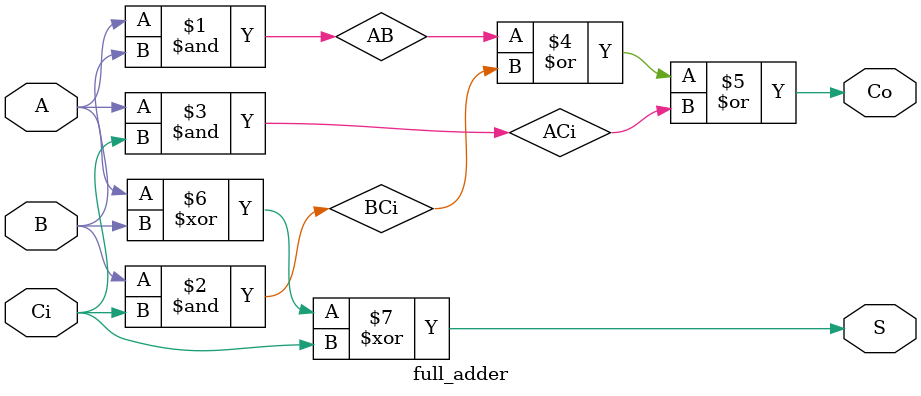
<source format=sv>
module full_adder(A, B, Ci, Co, S);
  input A, B, Ci;
  output Co, S;
  and(AB, A, B);
  and(BCi, B, Ci);
  and(ACi, A, Ci);
  or(Co, AB, BCi, ACi);
  xor(S, A, B, Ci);
endmodule
</source>
